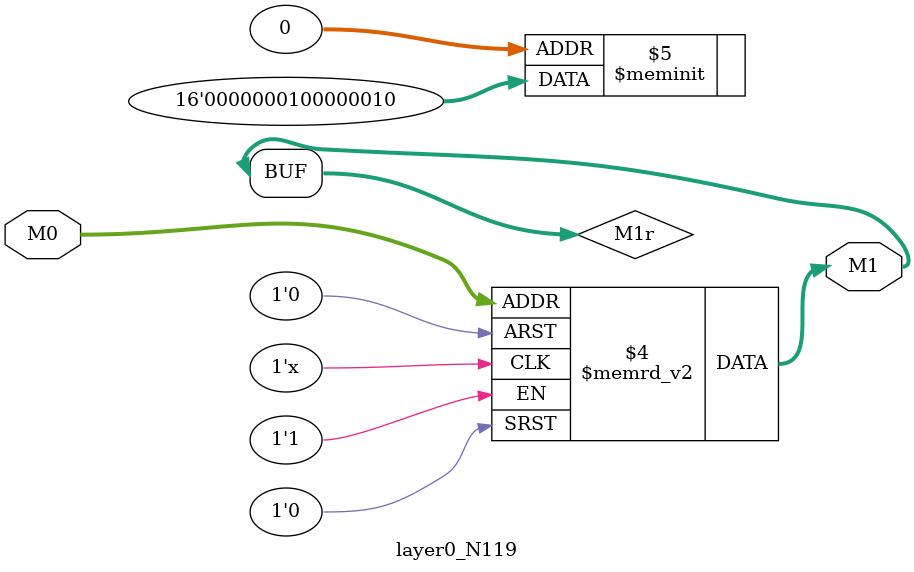
<source format=v>
module layer0_N119 ( input [2:0] M0, output [1:0] M1 );

	(*rom_style = "distributed" *) reg [1:0] M1r;
	assign M1 = M1r;
	always @ (M0) begin
		case (M0)
			3'b000: M1r = 2'b10;
			3'b100: M1r = 2'b01;
			3'b010: M1r = 2'b00;
			3'b110: M1r = 2'b00;
			3'b001: M1r = 2'b00;
			3'b101: M1r = 2'b00;
			3'b011: M1r = 2'b00;
			3'b111: M1r = 2'b00;

		endcase
	end
endmodule

</source>
